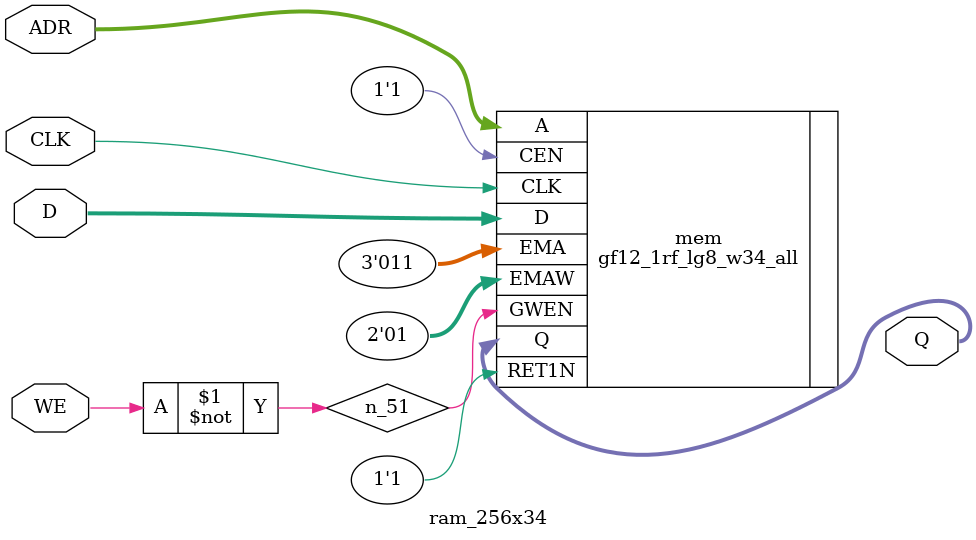
<source format=v>
module ram_2048x39(CLK, ADR, D, Q, WE);
  input CLK, WE;
  input [10:0] ADR;
  input [38:0] D;
  output [38:0] Q;
  wire CLK, WE;
  wire [10:0] ADR;
  wire [38:0] D;
  wire [38:0] Q;
  wire [39:0] Q_int;
  wire n_21;
  gf12_1rf_lg11_w40_all mem(.CLK (CLK), .Q ({Q_int[39], Q}), .CEN
       (1'b1), .GWEN (n_21), .A (ADR), .D ({1'b0, D}), .EMA (3'b011),
       .EMAW (2'b01), .RET1N (1'b1));
  assign n_21 = ~(WE);
endmodule

module ram_64x21(CLK, ADR, D, Q, WE);
  input CLK, WE;
  input [5:0] ADR;
  input [20:0] D;
  output [20:0] Q;
  wire CLK, WE;
  wire [5:0] ADR;
  wire [20:0] D;
  wire [20:0] Q;
  wire [21:0] Q_int;
  wire n_16;
  gf12_1rf_lg6_w22_all mem(.CLK (CLK), .Q ({Q_int[21], Q}), .CEN
       (1'b1), .GWEN (n_16), .A (ADR), .D ({1'b0, D}), .EMA (3'b011),
       .EMAW (2'b01), .RET1N (1'b1));
  assign n_16 = ~(WE);
endmodule

module ram_256x34(CLK, ADR, D, Q, WE);
  input CLK, WE;
  input [7:0] ADR;
  input [33:0] D;
  output [33:0] Q;
  wire CLK, WE;
  wire [7:0] ADR;
  wire [33:0] D;
  wire [33:0] Q;
  wire n_51;
  gf12_1rf_lg8_w34_all mem(.CLK (CLK), .Q (Q), .CEN (1'b1), .GWEN
       (n_51), .A (ADR), .D (D), .EMA (3'b011), .EMAW (2'b01), .RET1N
       (1'b1));
  assign n_51 = ~(WE);
endmodule

</source>
